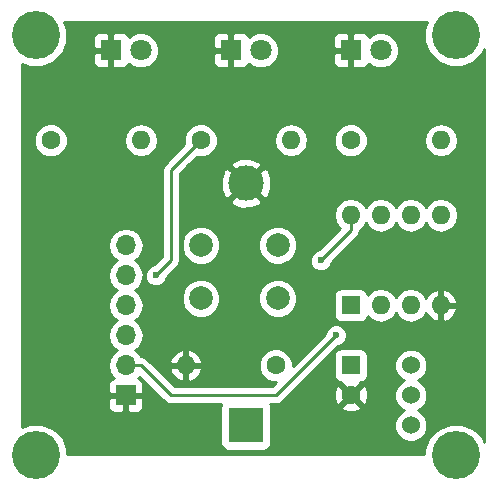
<source format=gbr>
G04 #@! TF.FileFunction,Copper,L2,Bot,Signal*
%FSLAX46Y46*%
G04 Gerber Fmt 4.6, Leading zero omitted, Abs format (unit mm)*
G04 Created by KiCad (PCBNEW 4.0.7-e2-6376~58~ubuntu17.04.1) date Wed May 23 19:16:57 2018*
%MOMM*%
%LPD*%
G01*
G04 APERTURE LIST*
%ADD10C,0.100000*%
%ADD11C,3.000000*%
%ADD12R,3.000000X3.000000*%
%ADD13R,1.600000X1.600000*%
%ADD14C,1.600000*%
%ADD15R,1.800000X1.800000*%
%ADD16C,1.800000*%
%ADD17R,1.700000X1.700000*%
%ADD18O,1.700000X1.700000*%
%ADD19O,1.600000X1.600000*%
%ADD20C,2.000000*%
%ADD21C,1.524000*%
%ADD22C,4.064000*%
%ADD23C,0.600000*%
%ADD24C,0.250000*%
%ADD25C,0.254000*%
G04 APERTURE END LIST*
D10*
D11*
X156210000Y-106510000D03*
D12*
X156210000Y-127000000D03*
D13*
X165100000Y-121920000D03*
D14*
X165100000Y-124420000D03*
D15*
X144780000Y-95250000D03*
D16*
X147320000Y-95250000D03*
D15*
X154940000Y-95250000D03*
D16*
X157480000Y-95250000D03*
D15*
X165100000Y-95250000D03*
D16*
X167640000Y-95250000D03*
D17*
X146050000Y-124460000D03*
D18*
X146050000Y-121920000D03*
X146050000Y-119380000D03*
X146050000Y-116840000D03*
X146050000Y-114300000D03*
X146050000Y-111760000D03*
D14*
X158750000Y-121920000D03*
D19*
X151130000Y-121920000D03*
D14*
X139700000Y-102870000D03*
D19*
X147320000Y-102870000D03*
D14*
X152400000Y-102870000D03*
D19*
X160020000Y-102870000D03*
D14*
X165100000Y-102870000D03*
D19*
X172720000Y-102870000D03*
D20*
X152400000Y-116260000D03*
X152400000Y-111760000D03*
X158900000Y-116260000D03*
X158900000Y-111760000D03*
D21*
X170180000Y-121920000D03*
X170180000Y-124460000D03*
X170180000Y-127000000D03*
D13*
X165100000Y-116840000D03*
D19*
X172720000Y-109220000D03*
X167640000Y-116840000D03*
X170180000Y-109220000D03*
X170180000Y-116840000D03*
X167640000Y-109220000D03*
X172720000Y-116840000D03*
X165100000Y-109220000D03*
D22*
X138430000Y-93980000D03*
X138430000Y-129540000D03*
X173990000Y-129540000D03*
X173990000Y-93980000D03*
D23*
X162560000Y-113030000D03*
X163830000Y-119380000D03*
X148590000Y-114300000D03*
D24*
X165100000Y-110490000D02*
X165100000Y-109220000D01*
X162560000Y-113030000D02*
X165100000Y-110490000D01*
X147320000Y-121920000D02*
X146050000Y-121920000D01*
X149860000Y-124460000D02*
X147320000Y-121920000D01*
X158750000Y-124460000D02*
X149860000Y-124460000D01*
X163830000Y-119380000D02*
X158750000Y-124460000D01*
X149860000Y-105410000D02*
X152400000Y-102870000D01*
X149860000Y-113030000D02*
X149860000Y-105410000D01*
X148590000Y-114300000D02*
X149860000Y-113030000D01*
D25*
G36*
X171323464Y-93447173D02*
X171322538Y-94508172D01*
X171727709Y-95488761D01*
X172477293Y-96239655D01*
X173457173Y-96646536D01*
X174518172Y-96647462D01*
X175498761Y-96242291D01*
X176249655Y-95492707D01*
X176403000Y-95123411D01*
X176403000Y-128395983D01*
X176252291Y-128031239D01*
X175502707Y-127280345D01*
X174522827Y-126873464D01*
X173461828Y-126872538D01*
X172481239Y-127277709D01*
X171730345Y-128027293D01*
X171323464Y-129007173D01*
X171323110Y-129413000D01*
X141097112Y-129413000D01*
X141097462Y-129011828D01*
X140692291Y-128031239D01*
X139942707Y-127280345D01*
X138962827Y-126873464D01*
X137901828Y-126872538D01*
X137287000Y-127126580D01*
X137287000Y-124745750D01*
X144565000Y-124745750D01*
X144565000Y-125436310D01*
X144661673Y-125669699D01*
X144840302Y-125848327D01*
X145073691Y-125945000D01*
X145764250Y-125945000D01*
X145923000Y-125786250D01*
X145923000Y-124587000D01*
X146177000Y-124587000D01*
X146177000Y-125786250D01*
X146335750Y-125945000D01*
X147026309Y-125945000D01*
X147259698Y-125848327D01*
X147438327Y-125669699D01*
X147535000Y-125436310D01*
X147535000Y-124745750D01*
X147376250Y-124587000D01*
X146177000Y-124587000D01*
X145923000Y-124587000D01*
X144723750Y-124587000D01*
X144565000Y-124745750D01*
X137287000Y-124745750D01*
X137287000Y-111760000D01*
X144535907Y-111760000D01*
X144648946Y-112328285D01*
X144970853Y-112810054D01*
X145300026Y-113030000D01*
X144970853Y-113249946D01*
X144648946Y-113731715D01*
X144535907Y-114300000D01*
X144648946Y-114868285D01*
X144970853Y-115350054D01*
X145300026Y-115570000D01*
X144970853Y-115789946D01*
X144648946Y-116271715D01*
X144535907Y-116840000D01*
X144648946Y-117408285D01*
X144970853Y-117890054D01*
X145300026Y-118110000D01*
X144970853Y-118329946D01*
X144648946Y-118811715D01*
X144535907Y-119380000D01*
X144648946Y-119948285D01*
X144970853Y-120430054D01*
X145300026Y-120650000D01*
X144970853Y-120869946D01*
X144648946Y-121351715D01*
X144535907Y-121920000D01*
X144648946Y-122488285D01*
X144970853Y-122970054D01*
X145014777Y-122999403D01*
X144840302Y-123071673D01*
X144661673Y-123250301D01*
X144565000Y-123483690D01*
X144565000Y-124174250D01*
X144723750Y-124333000D01*
X145923000Y-124333000D01*
X145923000Y-124313000D01*
X146177000Y-124313000D01*
X146177000Y-124333000D01*
X147376250Y-124333000D01*
X147535000Y-124174250D01*
X147535000Y-123483690D01*
X147438327Y-123250301D01*
X147259698Y-123071673D01*
X147085223Y-122999403D01*
X147129147Y-122970054D01*
X147195679Y-122870481D01*
X149322599Y-124997401D01*
X149569160Y-125162148D01*
X149617414Y-125171746D01*
X149860000Y-125220000D01*
X154132776Y-125220000D01*
X154113569Y-125248110D01*
X154062560Y-125500000D01*
X154062560Y-128500000D01*
X154106838Y-128735317D01*
X154245910Y-128951441D01*
X154458110Y-129096431D01*
X154710000Y-129147440D01*
X157710000Y-129147440D01*
X157945317Y-129103162D01*
X158161441Y-128964090D01*
X158306431Y-128751890D01*
X158357440Y-128500000D01*
X158357440Y-125500000D01*
X158343845Y-125427745D01*
X164271861Y-125427745D01*
X164345995Y-125673864D01*
X164883223Y-125866965D01*
X165453454Y-125839778D01*
X165854005Y-125673864D01*
X165928139Y-125427745D01*
X165100000Y-124599605D01*
X164271861Y-125427745D01*
X158343845Y-125427745D01*
X158313162Y-125264683D01*
X158284409Y-125220000D01*
X158750000Y-125220000D01*
X159040839Y-125162148D01*
X159287401Y-124997401D01*
X160081579Y-124203223D01*
X163653035Y-124203223D01*
X163680222Y-124773454D01*
X163846136Y-125174005D01*
X164092255Y-125248139D01*
X164920395Y-124420000D01*
X165279605Y-124420000D01*
X166107745Y-125248139D01*
X166353864Y-125174005D01*
X166546965Y-124636777D01*
X166519778Y-124066546D01*
X166353864Y-123665995D01*
X166107745Y-123591861D01*
X165279605Y-124420000D01*
X164920395Y-124420000D01*
X164092255Y-123591861D01*
X163846136Y-123665995D01*
X163653035Y-124203223D01*
X160081579Y-124203223D01*
X163164802Y-121120000D01*
X163652560Y-121120000D01*
X163652560Y-122720000D01*
X163696838Y-122955317D01*
X163835910Y-123171441D01*
X164048110Y-123316431D01*
X164286201Y-123364646D01*
X164271861Y-123412255D01*
X165100000Y-124240395D01*
X165928139Y-123412255D01*
X165913855Y-123364833D01*
X166135317Y-123323162D01*
X166351441Y-123184090D01*
X166496431Y-122971890D01*
X166547440Y-122720000D01*
X166547440Y-122196661D01*
X168782758Y-122196661D01*
X168994990Y-122710303D01*
X169387630Y-123103629D01*
X169595512Y-123189949D01*
X169389697Y-123274990D01*
X168996371Y-123667630D01*
X168783243Y-124180900D01*
X168782758Y-124736661D01*
X168994990Y-125250303D01*
X169387630Y-125643629D01*
X169595512Y-125729949D01*
X169389697Y-125814990D01*
X168996371Y-126207630D01*
X168783243Y-126720900D01*
X168782758Y-127276661D01*
X168994990Y-127790303D01*
X169387630Y-128183629D01*
X169900900Y-128396757D01*
X170456661Y-128397242D01*
X170970303Y-128185010D01*
X171363629Y-127792370D01*
X171576757Y-127279100D01*
X171577242Y-126723339D01*
X171365010Y-126209697D01*
X170972370Y-125816371D01*
X170764488Y-125730051D01*
X170970303Y-125645010D01*
X171363629Y-125252370D01*
X171576757Y-124739100D01*
X171577242Y-124183339D01*
X171365010Y-123669697D01*
X170972370Y-123276371D01*
X170764488Y-123190051D01*
X170970303Y-123105010D01*
X171363629Y-122712370D01*
X171576757Y-122199100D01*
X171577242Y-121643339D01*
X171365010Y-121129697D01*
X170972370Y-120736371D01*
X170459100Y-120523243D01*
X169903339Y-120522758D01*
X169389697Y-120734990D01*
X168996371Y-121127630D01*
X168783243Y-121640900D01*
X168782758Y-122196661D01*
X166547440Y-122196661D01*
X166547440Y-121120000D01*
X166503162Y-120884683D01*
X166364090Y-120668559D01*
X166151890Y-120523569D01*
X165900000Y-120472560D01*
X164300000Y-120472560D01*
X164064683Y-120516838D01*
X163848559Y-120655910D01*
X163703569Y-120868110D01*
X163652560Y-121120000D01*
X163164802Y-121120000D01*
X163969680Y-120315122D01*
X164015167Y-120315162D01*
X164358943Y-120173117D01*
X164622192Y-119910327D01*
X164764838Y-119566799D01*
X164765162Y-119194833D01*
X164623117Y-118851057D01*
X164360327Y-118587808D01*
X164016799Y-118445162D01*
X163644833Y-118444838D01*
X163301057Y-118586883D01*
X163037808Y-118849673D01*
X162895162Y-119193201D01*
X162895121Y-119240077D01*
X160184974Y-121950224D01*
X160185248Y-121635813D01*
X159967243Y-121108200D01*
X159563923Y-120704176D01*
X159036691Y-120485250D01*
X158465813Y-120484752D01*
X157938200Y-120702757D01*
X157534176Y-121106077D01*
X157315250Y-121633309D01*
X157314752Y-122204187D01*
X157532757Y-122731800D01*
X157936077Y-123135824D01*
X158463309Y-123354750D01*
X158780172Y-123355026D01*
X158435198Y-123700000D01*
X150174802Y-123700000D01*
X148743841Y-122269039D01*
X149738096Y-122269039D01*
X149898959Y-122657423D01*
X150274866Y-123072389D01*
X150780959Y-123311914D01*
X151003000Y-123190629D01*
X151003000Y-122047000D01*
X151257000Y-122047000D01*
X151257000Y-123190629D01*
X151479041Y-123311914D01*
X151985134Y-123072389D01*
X152361041Y-122657423D01*
X152521904Y-122269039D01*
X152399915Y-122047000D01*
X151257000Y-122047000D01*
X151003000Y-122047000D01*
X149860085Y-122047000D01*
X149738096Y-122269039D01*
X148743841Y-122269039D01*
X148045763Y-121570961D01*
X149738096Y-121570961D01*
X149860085Y-121793000D01*
X151003000Y-121793000D01*
X151003000Y-120649371D01*
X151257000Y-120649371D01*
X151257000Y-121793000D01*
X152399915Y-121793000D01*
X152521904Y-121570961D01*
X152361041Y-121182577D01*
X151985134Y-120767611D01*
X151479041Y-120528086D01*
X151257000Y-120649371D01*
X151003000Y-120649371D01*
X150780959Y-120528086D01*
X150274866Y-120767611D01*
X149898959Y-121182577D01*
X149738096Y-121570961D01*
X148045763Y-121570961D01*
X147857401Y-121382599D01*
X147610839Y-121217852D01*
X147323407Y-121160678D01*
X147129147Y-120869946D01*
X146799974Y-120650000D01*
X147129147Y-120430054D01*
X147451054Y-119948285D01*
X147564093Y-119380000D01*
X147451054Y-118811715D01*
X147129147Y-118329946D01*
X146799974Y-118110000D01*
X147129147Y-117890054D01*
X147451054Y-117408285D01*
X147564093Y-116840000D01*
X147513131Y-116583795D01*
X150764716Y-116583795D01*
X151013106Y-117184943D01*
X151472637Y-117645278D01*
X152073352Y-117894716D01*
X152723795Y-117895284D01*
X153324943Y-117646894D01*
X153785278Y-117187363D01*
X154034716Y-116586648D01*
X154034718Y-116583795D01*
X157264716Y-116583795D01*
X157513106Y-117184943D01*
X157972637Y-117645278D01*
X158573352Y-117894716D01*
X159223795Y-117895284D01*
X159824943Y-117646894D01*
X160285278Y-117187363D01*
X160534716Y-116586648D01*
X160535193Y-116040000D01*
X163652560Y-116040000D01*
X163652560Y-117640000D01*
X163696838Y-117875317D01*
X163835910Y-118091441D01*
X164048110Y-118236431D01*
X164300000Y-118287440D01*
X165900000Y-118287440D01*
X166135317Y-118243162D01*
X166351441Y-118104090D01*
X166496431Y-117891890D01*
X166527815Y-117736911D01*
X166625302Y-117882811D01*
X167090849Y-118193880D01*
X167640000Y-118303113D01*
X168189151Y-118193880D01*
X168654698Y-117882811D01*
X168910000Y-117500725D01*
X169165302Y-117882811D01*
X169630849Y-118193880D01*
X170180000Y-118303113D01*
X170729151Y-118193880D01*
X171194698Y-117882811D01*
X171464986Y-117478297D01*
X171567611Y-117695134D01*
X171982577Y-118071041D01*
X172370961Y-118231904D01*
X172593000Y-118109915D01*
X172593000Y-116967000D01*
X172847000Y-116967000D01*
X172847000Y-118109915D01*
X173069039Y-118231904D01*
X173457423Y-118071041D01*
X173872389Y-117695134D01*
X174111914Y-117189041D01*
X173990629Y-116967000D01*
X172847000Y-116967000D01*
X172593000Y-116967000D01*
X172573000Y-116967000D01*
X172573000Y-116713000D01*
X172593000Y-116713000D01*
X172593000Y-115570085D01*
X172847000Y-115570085D01*
X172847000Y-116713000D01*
X173990629Y-116713000D01*
X174111914Y-116490959D01*
X173872389Y-115984866D01*
X173457423Y-115608959D01*
X173069039Y-115448096D01*
X172847000Y-115570085D01*
X172593000Y-115570085D01*
X172370961Y-115448096D01*
X171982577Y-115608959D01*
X171567611Y-115984866D01*
X171464986Y-116201703D01*
X171194698Y-115797189D01*
X170729151Y-115486120D01*
X170180000Y-115376887D01*
X169630849Y-115486120D01*
X169165302Y-115797189D01*
X168910000Y-116179275D01*
X168654698Y-115797189D01*
X168189151Y-115486120D01*
X167640000Y-115376887D01*
X167090849Y-115486120D01*
X166625302Y-115797189D01*
X166528899Y-115941465D01*
X166503162Y-115804683D01*
X166364090Y-115588559D01*
X166151890Y-115443569D01*
X165900000Y-115392560D01*
X164300000Y-115392560D01*
X164064683Y-115436838D01*
X163848559Y-115575910D01*
X163703569Y-115788110D01*
X163652560Y-116040000D01*
X160535193Y-116040000D01*
X160535284Y-115936205D01*
X160286894Y-115335057D01*
X159827363Y-114874722D01*
X159226648Y-114625284D01*
X158576205Y-114624716D01*
X157975057Y-114873106D01*
X157514722Y-115332637D01*
X157265284Y-115933352D01*
X157264716Y-116583795D01*
X154034718Y-116583795D01*
X154035284Y-115936205D01*
X153786894Y-115335057D01*
X153327363Y-114874722D01*
X152726648Y-114625284D01*
X152076205Y-114624716D01*
X151475057Y-114873106D01*
X151014722Y-115332637D01*
X150765284Y-115933352D01*
X150764716Y-116583795D01*
X147513131Y-116583795D01*
X147451054Y-116271715D01*
X147129147Y-115789946D01*
X146799974Y-115570000D01*
X147129147Y-115350054D01*
X147451054Y-114868285D01*
X147527260Y-114485167D01*
X147654838Y-114485167D01*
X147796883Y-114828943D01*
X148059673Y-115092192D01*
X148403201Y-115234838D01*
X148775167Y-115235162D01*
X149118943Y-115093117D01*
X149382192Y-114830327D01*
X149524838Y-114486799D01*
X149524879Y-114439923D01*
X150397401Y-113567401D01*
X150562148Y-113320840D01*
X150620000Y-113030000D01*
X150620000Y-112083795D01*
X150764716Y-112083795D01*
X151013106Y-112684943D01*
X151472637Y-113145278D01*
X152073352Y-113394716D01*
X152723795Y-113395284D01*
X153324943Y-113146894D01*
X153785278Y-112687363D01*
X154034716Y-112086648D01*
X154034718Y-112083795D01*
X157264716Y-112083795D01*
X157513106Y-112684943D01*
X157972637Y-113145278D01*
X158573352Y-113394716D01*
X159223795Y-113395284D01*
X159659710Y-113215167D01*
X161624838Y-113215167D01*
X161766883Y-113558943D01*
X162029673Y-113822192D01*
X162373201Y-113964838D01*
X162745167Y-113965162D01*
X163088943Y-113823117D01*
X163352192Y-113560327D01*
X163494838Y-113216799D01*
X163494879Y-113169923D01*
X165637401Y-111027401D01*
X165802148Y-110780840D01*
X165821587Y-110683113D01*
X165860000Y-110490000D01*
X165860000Y-110432995D01*
X166114698Y-110262811D01*
X166370000Y-109880725D01*
X166625302Y-110262811D01*
X167090849Y-110573880D01*
X167640000Y-110683113D01*
X168189151Y-110573880D01*
X168654698Y-110262811D01*
X168910000Y-109880725D01*
X169165302Y-110262811D01*
X169630849Y-110573880D01*
X170180000Y-110683113D01*
X170729151Y-110573880D01*
X171194698Y-110262811D01*
X171450000Y-109880725D01*
X171705302Y-110262811D01*
X172170849Y-110573880D01*
X172720000Y-110683113D01*
X173269151Y-110573880D01*
X173734698Y-110262811D01*
X174045767Y-109797264D01*
X174155000Y-109248113D01*
X174155000Y-109191887D01*
X174045767Y-108642736D01*
X173734698Y-108177189D01*
X173269151Y-107866120D01*
X172720000Y-107756887D01*
X172170849Y-107866120D01*
X171705302Y-108177189D01*
X171450000Y-108559275D01*
X171194698Y-108177189D01*
X170729151Y-107866120D01*
X170180000Y-107756887D01*
X169630849Y-107866120D01*
X169165302Y-108177189D01*
X168910000Y-108559275D01*
X168654698Y-108177189D01*
X168189151Y-107866120D01*
X167640000Y-107756887D01*
X167090849Y-107866120D01*
X166625302Y-108177189D01*
X166370000Y-108559275D01*
X166114698Y-108177189D01*
X165649151Y-107866120D01*
X165100000Y-107756887D01*
X164550849Y-107866120D01*
X164085302Y-108177189D01*
X163774233Y-108642736D01*
X163665000Y-109191887D01*
X163665000Y-109248113D01*
X163774233Y-109797264D01*
X164085302Y-110262811D01*
X164185462Y-110329736D01*
X162420320Y-112094878D01*
X162374833Y-112094838D01*
X162031057Y-112236883D01*
X161767808Y-112499673D01*
X161625162Y-112843201D01*
X161624838Y-113215167D01*
X159659710Y-113215167D01*
X159824943Y-113146894D01*
X160285278Y-112687363D01*
X160534716Y-112086648D01*
X160535284Y-111436205D01*
X160286894Y-110835057D01*
X159827363Y-110374722D01*
X159226648Y-110125284D01*
X158576205Y-110124716D01*
X157975057Y-110373106D01*
X157514722Y-110832637D01*
X157265284Y-111433352D01*
X157264716Y-112083795D01*
X154034718Y-112083795D01*
X154035284Y-111436205D01*
X153786894Y-110835057D01*
X153327363Y-110374722D01*
X152726648Y-110125284D01*
X152076205Y-110124716D01*
X151475057Y-110373106D01*
X151014722Y-110832637D01*
X150765284Y-111433352D01*
X150764716Y-112083795D01*
X150620000Y-112083795D01*
X150620000Y-108023970D01*
X154875635Y-108023970D01*
X155035418Y-108342739D01*
X155826187Y-108652723D01*
X156675387Y-108636497D01*
X157384582Y-108342739D01*
X157544365Y-108023970D01*
X156210000Y-106689605D01*
X154875635Y-108023970D01*
X150620000Y-108023970D01*
X150620000Y-106126187D01*
X154067277Y-106126187D01*
X154083503Y-106975387D01*
X154377261Y-107684582D01*
X154696030Y-107844365D01*
X156030395Y-106510000D01*
X156389605Y-106510000D01*
X157723970Y-107844365D01*
X158042739Y-107684582D01*
X158352723Y-106893813D01*
X158336497Y-106044613D01*
X158042739Y-105335418D01*
X157723970Y-105175635D01*
X156389605Y-106510000D01*
X156030395Y-106510000D01*
X154696030Y-105175635D01*
X154377261Y-105335418D01*
X154067277Y-106126187D01*
X150620000Y-106126187D01*
X150620000Y-105724802D01*
X151348772Y-104996030D01*
X154875635Y-104996030D01*
X156210000Y-106330395D01*
X157544365Y-104996030D01*
X157384582Y-104677261D01*
X156593813Y-104367277D01*
X155744613Y-104383503D01*
X155035418Y-104677261D01*
X154875635Y-104996030D01*
X151348772Y-104996030D01*
X152061546Y-104283256D01*
X152113309Y-104304750D01*
X152684187Y-104305248D01*
X153211800Y-104087243D01*
X153615824Y-103683923D01*
X153834750Y-103156691D01*
X153835000Y-102870000D01*
X158556887Y-102870000D01*
X158666120Y-103419151D01*
X158977189Y-103884698D01*
X159442736Y-104195767D01*
X159991887Y-104305000D01*
X160048113Y-104305000D01*
X160597264Y-104195767D01*
X161062811Y-103884698D01*
X161373880Y-103419151D01*
X161426584Y-103154187D01*
X163664752Y-103154187D01*
X163882757Y-103681800D01*
X164286077Y-104085824D01*
X164813309Y-104304750D01*
X165384187Y-104305248D01*
X165911800Y-104087243D01*
X166315824Y-103683923D01*
X166534750Y-103156691D01*
X166535000Y-102870000D01*
X171256887Y-102870000D01*
X171366120Y-103419151D01*
X171677189Y-103884698D01*
X172142736Y-104195767D01*
X172691887Y-104305000D01*
X172748113Y-104305000D01*
X173297264Y-104195767D01*
X173762811Y-103884698D01*
X174073880Y-103419151D01*
X174183113Y-102870000D01*
X174073880Y-102320849D01*
X173762811Y-101855302D01*
X173297264Y-101544233D01*
X172748113Y-101435000D01*
X172691887Y-101435000D01*
X172142736Y-101544233D01*
X171677189Y-101855302D01*
X171366120Y-102320849D01*
X171256887Y-102870000D01*
X166535000Y-102870000D01*
X166535248Y-102585813D01*
X166317243Y-102058200D01*
X165913923Y-101654176D01*
X165386691Y-101435250D01*
X164815813Y-101434752D01*
X164288200Y-101652757D01*
X163884176Y-102056077D01*
X163665250Y-102583309D01*
X163664752Y-103154187D01*
X161426584Y-103154187D01*
X161483113Y-102870000D01*
X161373880Y-102320849D01*
X161062811Y-101855302D01*
X160597264Y-101544233D01*
X160048113Y-101435000D01*
X159991887Y-101435000D01*
X159442736Y-101544233D01*
X158977189Y-101855302D01*
X158666120Y-102320849D01*
X158556887Y-102870000D01*
X153835000Y-102870000D01*
X153835248Y-102585813D01*
X153617243Y-102058200D01*
X153213923Y-101654176D01*
X152686691Y-101435250D01*
X152115813Y-101434752D01*
X151588200Y-101652757D01*
X151184176Y-102056077D01*
X150965250Y-102583309D01*
X150964752Y-103154187D01*
X150987049Y-103208149D01*
X149322599Y-104872599D01*
X149157852Y-105119161D01*
X149100000Y-105410000D01*
X149100000Y-112715198D01*
X148450320Y-113364878D01*
X148404833Y-113364838D01*
X148061057Y-113506883D01*
X147797808Y-113769673D01*
X147655162Y-114113201D01*
X147654838Y-114485167D01*
X147527260Y-114485167D01*
X147564093Y-114300000D01*
X147451054Y-113731715D01*
X147129147Y-113249946D01*
X146799974Y-113030000D01*
X147129147Y-112810054D01*
X147451054Y-112328285D01*
X147564093Y-111760000D01*
X147451054Y-111191715D01*
X147129147Y-110709946D01*
X146647378Y-110388039D01*
X146079093Y-110275000D01*
X146020907Y-110275000D01*
X145452622Y-110388039D01*
X144970853Y-110709946D01*
X144648946Y-111191715D01*
X144535907Y-111760000D01*
X137287000Y-111760000D01*
X137287000Y-103154187D01*
X138264752Y-103154187D01*
X138482757Y-103681800D01*
X138886077Y-104085824D01*
X139413309Y-104304750D01*
X139984187Y-104305248D01*
X140511800Y-104087243D01*
X140915824Y-103683923D01*
X141134750Y-103156691D01*
X141135000Y-102870000D01*
X145856887Y-102870000D01*
X145966120Y-103419151D01*
X146277189Y-103884698D01*
X146742736Y-104195767D01*
X147291887Y-104305000D01*
X147348113Y-104305000D01*
X147897264Y-104195767D01*
X148362811Y-103884698D01*
X148673880Y-103419151D01*
X148783113Y-102870000D01*
X148673880Y-102320849D01*
X148362811Y-101855302D01*
X147897264Y-101544233D01*
X147348113Y-101435000D01*
X147291887Y-101435000D01*
X146742736Y-101544233D01*
X146277189Y-101855302D01*
X145966120Y-102320849D01*
X145856887Y-102870000D01*
X141135000Y-102870000D01*
X141135248Y-102585813D01*
X140917243Y-102058200D01*
X140513923Y-101654176D01*
X139986691Y-101435250D01*
X139415813Y-101434752D01*
X138888200Y-101652757D01*
X138484176Y-102056077D01*
X138265250Y-102583309D01*
X138264752Y-103154187D01*
X137287000Y-103154187D01*
X137287000Y-96393170D01*
X137897173Y-96646536D01*
X138958172Y-96647462D01*
X139938761Y-96242291D01*
X140646536Y-95535750D01*
X143245000Y-95535750D01*
X143245000Y-96276310D01*
X143341673Y-96509699D01*
X143520302Y-96688327D01*
X143753691Y-96785000D01*
X144494250Y-96785000D01*
X144653000Y-96626250D01*
X144653000Y-95377000D01*
X143403750Y-95377000D01*
X143245000Y-95535750D01*
X140646536Y-95535750D01*
X140689655Y-95492707D01*
X141096536Y-94512827D01*
X141096788Y-94223690D01*
X143245000Y-94223690D01*
X143245000Y-94964250D01*
X143403750Y-95123000D01*
X144653000Y-95123000D01*
X144653000Y-93873750D01*
X144907000Y-93873750D01*
X144907000Y-95123000D01*
X144927000Y-95123000D01*
X144927000Y-95377000D01*
X144907000Y-95377000D01*
X144907000Y-96626250D01*
X145065750Y-96785000D01*
X145806309Y-96785000D01*
X146039698Y-96688327D01*
X146218327Y-96509699D01*
X146274119Y-96375006D01*
X146449357Y-96550551D01*
X147013330Y-96784733D01*
X147623991Y-96785265D01*
X148188371Y-96552068D01*
X148620551Y-96120643D01*
X148854733Y-95556670D01*
X148854751Y-95535750D01*
X153405000Y-95535750D01*
X153405000Y-96276310D01*
X153501673Y-96509699D01*
X153680302Y-96688327D01*
X153913691Y-96785000D01*
X154654250Y-96785000D01*
X154813000Y-96626250D01*
X154813000Y-95377000D01*
X153563750Y-95377000D01*
X153405000Y-95535750D01*
X148854751Y-95535750D01*
X148855265Y-94946009D01*
X148622068Y-94381629D01*
X148464405Y-94223690D01*
X153405000Y-94223690D01*
X153405000Y-94964250D01*
X153563750Y-95123000D01*
X154813000Y-95123000D01*
X154813000Y-93873750D01*
X155067000Y-93873750D01*
X155067000Y-95123000D01*
X155087000Y-95123000D01*
X155087000Y-95377000D01*
X155067000Y-95377000D01*
X155067000Y-96626250D01*
X155225750Y-96785000D01*
X155966309Y-96785000D01*
X156199698Y-96688327D01*
X156378327Y-96509699D01*
X156434119Y-96375006D01*
X156609357Y-96550551D01*
X157173330Y-96784733D01*
X157783991Y-96785265D01*
X158348371Y-96552068D01*
X158780551Y-96120643D01*
X159014733Y-95556670D01*
X159014751Y-95535750D01*
X163565000Y-95535750D01*
X163565000Y-96276310D01*
X163661673Y-96509699D01*
X163840302Y-96688327D01*
X164073691Y-96785000D01*
X164814250Y-96785000D01*
X164973000Y-96626250D01*
X164973000Y-95377000D01*
X163723750Y-95377000D01*
X163565000Y-95535750D01*
X159014751Y-95535750D01*
X159015265Y-94946009D01*
X158782068Y-94381629D01*
X158624405Y-94223690D01*
X163565000Y-94223690D01*
X163565000Y-94964250D01*
X163723750Y-95123000D01*
X164973000Y-95123000D01*
X164973000Y-93873750D01*
X165227000Y-93873750D01*
X165227000Y-95123000D01*
X165247000Y-95123000D01*
X165247000Y-95377000D01*
X165227000Y-95377000D01*
X165227000Y-96626250D01*
X165385750Y-96785000D01*
X166126309Y-96785000D01*
X166359698Y-96688327D01*
X166538327Y-96509699D01*
X166594119Y-96375006D01*
X166769357Y-96550551D01*
X167333330Y-96784733D01*
X167943991Y-96785265D01*
X168508371Y-96552068D01*
X168940551Y-96120643D01*
X169174733Y-95556670D01*
X169175265Y-94946009D01*
X168942068Y-94381629D01*
X168510643Y-93949449D01*
X167946670Y-93715267D01*
X167336009Y-93714735D01*
X166771629Y-93947932D01*
X166594159Y-94125092D01*
X166538327Y-93990301D01*
X166359698Y-93811673D01*
X166126309Y-93715000D01*
X165385750Y-93715000D01*
X165227000Y-93873750D01*
X164973000Y-93873750D01*
X164814250Y-93715000D01*
X164073691Y-93715000D01*
X163840302Y-93811673D01*
X163661673Y-93990301D01*
X163565000Y-94223690D01*
X158624405Y-94223690D01*
X158350643Y-93949449D01*
X157786670Y-93715267D01*
X157176009Y-93714735D01*
X156611629Y-93947932D01*
X156434159Y-94125092D01*
X156378327Y-93990301D01*
X156199698Y-93811673D01*
X155966309Y-93715000D01*
X155225750Y-93715000D01*
X155067000Y-93873750D01*
X154813000Y-93873750D01*
X154654250Y-93715000D01*
X153913691Y-93715000D01*
X153680302Y-93811673D01*
X153501673Y-93990301D01*
X153405000Y-94223690D01*
X148464405Y-94223690D01*
X148190643Y-93949449D01*
X147626670Y-93715267D01*
X147016009Y-93714735D01*
X146451629Y-93947932D01*
X146274159Y-94125092D01*
X146218327Y-93990301D01*
X146039698Y-93811673D01*
X145806309Y-93715000D01*
X145065750Y-93715000D01*
X144907000Y-93873750D01*
X144653000Y-93873750D01*
X144494250Y-93715000D01*
X143753691Y-93715000D01*
X143520302Y-93811673D01*
X143341673Y-93990301D01*
X143245000Y-94223690D01*
X141096788Y-94223690D01*
X141097462Y-93451828D01*
X140843420Y-92837000D01*
X171576830Y-92837000D01*
X171323464Y-93447173D01*
X171323464Y-93447173D01*
G37*
X171323464Y-93447173D02*
X171322538Y-94508172D01*
X171727709Y-95488761D01*
X172477293Y-96239655D01*
X173457173Y-96646536D01*
X174518172Y-96647462D01*
X175498761Y-96242291D01*
X176249655Y-95492707D01*
X176403000Y-95123411D01*
X176403000Y-128395983D01*
X176252291Y-128031239D01*
X175502707Y-127280345D01*
X174522827Y-126873464D01*
X173461828Y-126872538D01*
X172481239Y-127277709D01*
X171730345Y-128027293D01*
X171323464Y-129007173D01*
X171323110Y-129413000D01*
X141097112Y-129413000D01*
X141097462Y-129011828D01*
X140692291Y-128031239D01*
X139942707Y-127280345D01*
X138962827Y-126873464D01*
X137901828Y-126872538D01*
X137287000Y-127126580D01*
X137287000Y-124745750D01*
X144565000Y-124745750D01*
X144565000Y-125436310D01*
X144661673Y-125669699D01*
X144840302Y-125848327D01*
X145073691Y-125945000D01*
X145764250Y-125945000D01*
X145923000Y-125786250D01*
X145923000Y-124587000D01*
X146177000Y-124587000D01*
X146177000Y-125786250D01*
X146335750Y-125945000D01*
X147026309Y-125945000D01*
X147259698Y-125848327D01*
X147438327Y-125669699D01*
X147535000Y-125436310D01*
X147535000Y-124745750D01*
X147376250Y-124587000D01*
X146177000Y-124587000D01*
X145923000Y-124587000D01*
X144723750Y-124587000D01*
X144565000Y-124745750D01*
X137287000Y-124745750D01*
X137287000Y-111760000D01*
X144535907Y-111760000D01*
X144648946Y-112328285D01*
X144970853Y-112810054D01*
X145300026Y-113030000D01*
X144970853Y-113249946D01*
X144648946Y-113731715D01*
X144535907Y-114300000D01*
X144648946Y-114868285D01*
X144970853Y-115350054D01*
X145300026Y-115570000D01*
X144970853Y-115789946D01*
X144648946Y-116271715D01*
X144535907Y-116840000D01*
X144648946Y-117408285D01*
X144970853Y-117890054D01*
X145300026Y-118110000D01*
X144970853Y-118329946D01*
X144648946Y-118811715D01*
X144535907Y-119380000D01*
X144648946Y-119948285D01*
X144970853Y-120430054D01*
X145300026Y-120650000D01*
X144970853Y-120869946D01*
X144648946Y-121351715D01*
X144535907Y-121920000D01*
X144648946Y-122488285D01*
X144970853Y-122970054D01*
X145014777Y-122999403D01*
X144840302Y-123071673D01*
X144661673Y-123250301D01*
X144565000Y-123483690D01*
X144565000Y-124174250D01*
X144723750Y-124333000D01*
X145923000Y-124333000D01*
X145923000Y-124313000D01*
X146177000Y-124313000D01*
X146177000Y-124333000D01*
X147376250Y-124333000D01*
X147535000Y-124174250D01*
X147535000Y-123483690D01*
X147438327Y-123250301D01*
X147259698Y-123071673D01*
X147085223Y-122999403D01*
X147129147Y-122970054D01*
X147195679Y-122870481D01*
X149322599Y-124997401D01*
X149569160Y-125162148D01*
X149617414Y-125171746D01*
X149860000Y-125220000D01*
X154132776Y-125220000D01*
X154113569Y-125248110D01*
X154062560Y-125500000D01*
X154062560Y-128500000D01*
X154106838Y-128735317D01*
X154245910Y-128951441D01*
X154458110Y-129096431D01*
X154710000Y-129147440D01*
X157710000Y-129147440D01*
X157945317Y-129103162D01*
X158161441Y-128964090D01*
X158306431Y-128751890D01*
X158357440Y-128500000D01*
X158357440Y-125500000D01*
X158343845Y-125427745D01*
X164271861Y-125427745D01*
X164345995Y-125673864D01*
X164883223Y-125866965D01*
X165453454Y-125839778D01*
X165854005Y-125673864D01*
X165928139Y-125427745D01*
X165100000Y-124599605D01*
X164271861Y-125427745D01*
X158343845Y-125427745D01*
X158313162Y-125264683D01*
X158284409Y-125220000D01*
X158750000Y-125220000D01*
X159040839Y-125162148D01*
X159287401Y-124997401D01*
X160081579Y-124203223D01*
X163653035Y-124203223D01*
X163680222Y-124773454D01*
X163846136Y-125174005D01*
X164092255Y-125248139D01*
X164920395Y-124420000D01*
X165279605Y-124420000D01*
X166107745Y-125248139D01*
X166353864Y-125174005D01*
X166546965Y-124636777D01*
X166519778Y-124066546D01*
X166353864Y-123665995D01*
X166107745Y-123591861D01*
X165279605Y-124420000D01*
X164920395Y-124420000D01*
X164092255Y-123591861D01*
X163846136Y-123665995D01*
X163653035Y-124203223D01*
X160081579Y-124203223D01*
X163164802Y-121120000D01*
X163652560Y-121120000D01*
X163652560Y-122720000D01*
X163696838Y-122955317D01*
X163835910Y-123171441D01*
X164048110Y-123316431D01*
X164286201Y-123364646D01*
X164271861Y-123412255D01*
X165100000Y-124240395D01*
X165928139Y-123412255D01*
X165913855Y-123364833D01*
X166135317Y-123323162D01*
X166351441Y-123184090D01*
X166496431Y-122971890D01*
X166547440Y-122720000D01*
X166547440Y-122196661D01*
X168782758Y-122196661D01*
X168994990Y-122710303D01*
X169387630Y-123103629D01*
X169595512Y-123189949D01*
X169389697Y-123274990D01*
X168996371Y-123667630D01*
X168783243Y-124180900D01*
X168782758Y-124736661D01*
X168994990Y-125250303D01*
X169387630Y-125643629D01*
X169595512Y-125729949D01*
X169389697Y-125814990D01*
X168996371Y-126207630D01*
X168783243Y-126720900D01*
X168782758Y-127276661D01*
X168994990Y-127790303D01*
X169387630Y-128183629D01*
X169900900Y-128396757D01*
X170456661Y-128397242D01*
X170970303Y-128185010D01*
X171363629Y-127792370D01*
X171576757Y-127279100D01*
X171577242Y-126723339D01*
X171365010Y-126209697D01*
X170972370Y-125816371D01*
X170764488Y-125730051D01*
X170970303Y-125645010D01*
X171363629Y-125252370D01*
X171576757Y-124739100D01*
X171577242Y-124183339D01*
X171365010Y-123669697D01*
X170972370Y-123276371D01*
X170764488Y-123190051D01*
X170970303Y-123105010D01*
X171363629Y-122712370D01*
X171576757Y-122199100D01*
X171577242Y-121643339D01*
X171365010Y-121129697D01*
X170972370Y-120736371D01*
X170459100Y-120523243D01*
X169903339Y-120522758D01*
X169389697Y-120734990D01*
X168996371Y-121127630D01*
X168783243Y-121640900D01*
X168782758Y-122196661D01*
X166547440Y-122196661D01*
X166547440Y-121120000D01*
X166503162Y-120884683D01*
X166364090Y-120668559D01*
X166151890Y-120523569D01*
X165900000Y-120472560D01*
X164300000Y-120472560D01*
X164064683Y-120516838D01*
X163848559Y-120655910D01*
X163703569Y-120868110D01*
X163652560Y-121120000D01*
X163164802Y-121120000D01*
X163969680Y-120315122D01*
X164015167Y-120315162D01*
X164358943Y-120173117D01*
X164622192Y-119910327D01*
X164764838Y-119566799D01*
X164765162Y-119194833D01*
X164623117Y-118851057D01*
X164360327Y-118587808D01*
X164016799Y-118445162D01*
X163644833Y-118444838D01*
X163301057Y-118586883D01*
X163037808Y-118849673D01*
X162895162Y-119193201D01*
X162895121Y-119240077D01*
X160184974Y-121950224D01*
X160185248Y-121635813D01*
X159967243Y-121108200D01*
X159563923Y-120704176D01*
X159036691Y-120485250D01*
X158465813Y-120484752D01*
X157938200Y-120702757D01*
X157534176Y-121106077D01*
X157315250Y-121633309D01*
X157314752Y-122204187D01*
X157532757Y-122731800D01*
X157936077Y-123135824D01*
X158463309Y-123354750D01*
X158780172Y-123355026D01*
X158435198Y-123700000D01*
X150174802Y-123700000D01*
X148743841Y-122269039D01*
X149738096Y-122269039D01*
X149898959Y-122657423D01*
X150274866Y-123072389D01*
X150780959Y-123311914D01*
X151003000Y-123190629D01*
X151003000Y-122047000D01*
X151257000Y-122047000D01*
X151257000Y-123190629D01*
X151479041Y-123311914D01*
X151985134Y-123072389D01*
X152361041Y-122657423D01*
X152521904Y-122269039D01*
X152399915Y-122047000D01*
X151257000Y-122047000D01*
X151003000Y-122047000D01*
X149860085Y-122047000D01*
X149738096Y-122269039D01*
X148743841Y-122269039D01*
X148045763Y-121570961D01*
X149738096Y-121570961D01*
X149860085Y-121793000D01*
X151003000Y-121793000D01*
X151003000Y-120649371D01*
X151257000Y-120649371D01*
X151257000Y-121793000D01*
X152399915Y-121793000D01*
X152521904Y-121570961D01*
X152361041Y-121182577D01*
X151985134Y-120767611D01*
X151479041Y-120528086D01*
X151257000Y-120649371D01*
X151003000Y-120649371D01*
X150780959Y-120528086D01*
X150274866Y-120767611D01*
X149898959Y-121182577D01*
X149738096Y-121570961D01*
X148045763Y-121570961D01*
X147857401Y-121382599D01*
X147610839Y-121217852D01*
X147323407Y-121160678D01*
X147129147Y-120869946D01*
X146799974Y-120650000D01*
X147129147Y-120430054D01*
X147451054Y-119948285D01*
X147564093Y-119380000D01*
X147451054Y-118811715D01*
X147129147Y-118329946D01*
X146799974Y-118110000D01*
X147129147Y-117890054D01*
X147451054Y-117408285D01*
X147564093Y-116840000D01*
X147513131Y-116583795D01*
X150764716Y-116583795D01*
X151013106Y-117184943D01*
X151472637Y-117645278D01*
X152073352Y-117894716D01*
X152723795Y-117895284D01*
X153324943Y-117646894D01*
X153785278Y-117187363D01*
X154034716Y-116586648D01*
X154034718Y-116583795D01*
X157264716Y-116583795D01*
X157513106Y-117184943D01*
X157972637Y-117645278D01*
X158573352Y-117894716D01*
X159223795Y-117895284D01*
X159824943Y-117646894D01*
X160285278Y-117187363D01*
X160534716Y-116586648D01*
X160535193Y-116040000D01*
X163652560Y-116040000D01*
X163652560Y-117640000D01*
X163696838Y-117875317D01*
X163835910Y-118091441D01*
X164048110Y-118236431D01*
X164300000Y-118287440D01*
X165900000Y-118287440D01*
X166135317Y-118243162D01*
X166351441Y-118104090D01*
X166496431Y-117891890D01*
X166527815Y-117736911D01*
X166625302Y-117882811D01*
X167090849Y-118193880D01*
X167640000Y-118303113D01*
X168189151Y-118193880D01*
X168654698Y-117882811D01*
X168910000Y-117500725D01*
X169165302Y-117882811D01*
X169630849Y-118193880D01*
X170180000Y-118303113D01*
X170729151Y-118193880D01*
X171194698Y-117882811D01*
X171464986Y-117478297D01*
X171567611Y-117695134D01*
X171982577Y-118071041D01*
X172370961Y-118231904D01*
X172593000Y-118109915D01*
X172593000Y-116967000D01*
X172847000Y-116967000D01*
X172847000Y-118109915D01*
X173069039Y-118231904D01*
X173457423Y-118071041D01*
X173872389Y-117695134D01*
X174111914Y-117189041D01*
X173990629Y-116967000D01*
X172847000Y-116967000D01*
X172593000Y-116967000D01*
X172573000Y-116967000D01*
X172573000Y-116713000D01*
X172593000Y-116713000D01*
X172593000Y-115570085D01*
X172847000Y-115570085D01*
X172847000Y-116713000D01*
X173990629Y-116713000D01*
X174111914Y-116490959D01*
X173872389Y-115984866D01*
X173457423Y-115608959D01*
X173069039Y-115448096D01*
X172847000Y-115570085D01*
X172593000Y-115570085D01*
X172370961Y-115448096D01*
X171982577Y-115608959D01*
X171567611Y-115984866D01*
X171464986Y-116201703D01*
X171194698Y-115797189D01*
X170729151Y-115486120D01*
X170180000Y-115376887D01*
X169630849Y-115486120D01*
X169165302Y-115797189D01*
X168910000Y-116179275D01*
X168654698Y-115797189D01*
X168189151Y-115486120D01*
X167640000Y-115376887D01*
X167090849Y-115486120D01*
X166625302Y-115797189D01*
X166528899Y-115941465D01*
X166503162Y-115804683D01*
X166364090Y-115588559D01*
X166151890Y-115443569D01*
X165900000Y-115392560D01*
X164300000Y-115392560D01*
X164064683Y-115436838D01*
X163848559Y-115575910D01*
X163703569Y-115788110D01*
X163652560Y-116040000D01*
X160535193Y-116040000D01*
X160535284Y-115936205D01*
X160286894Y-115335057D01*
X159827363Y-114874722D01*
X159226648Y-114625284D01*
X158576205Y-114624716D01*
X157975057Y-114873106D01*
X157514722Y-115332637D01*
X157265284Y-115933352D01*
X157264716Y-116583795D01*
X154034718Y-116583795D01*
X154035284Y-115936205D01*
X153786894Y-115335057D01*
X153327363Y-114874722D01*
X152726648Y-114625284D01*
X152076205Y-114624716D01*
X151475057Y-114873106D01*
X151014722Y-115332637D01*
X150765284Y-115933352D01*
X150764716Y-116583795D01*
X147513131Y-116583795D01*
X147451054Y-116271715D01*
X147129147Y-115789946D01*
X146799974Y-115570000D01*
X147129147Y-115350054D01*
X147451054Y-114868285D01*
X147527260Y-114485167D01*
X147654838Y-114485167D01*
X147796883Y-114828943D01*
X148059673Y-115092192D01*
X148403201Y-115234838D01*
X148775167Y-115235162D01*
X149118943Y-115093117D01*
X149382192Y-114830327D01*
X149524838Y-114486799D01*
X149524879Y-114439923D01*
X150397401Y-113567401D01*
X150562148Y-113320840D01*
X150620000Y-113030000D01*
X150620000Y-112083795D01*
X150764716Y-112083795D01*
X151013106Y-112684943D01*
X151472637Y-113145278D01*
X152073352Y-113394716D01*
X152723795Y-113395284D01*
X153324943Y-113146894D01*
X153785278Y-112687363D01*
X154034716Y-112086648D01*
X154034718Y-112083795D01*
X157264716Y-112083795D01*
X157513106Y-112684943D01*
X157972637Y-113145278D01*
X158573352Y-113394716D01*
X159223795Y-113395284D01*
X159659710Y-113215167D01*
X161624838Y-113215167D01*
X161766883Y-113558943D01*
X162029673Y-113822192D01*
X162373201Y-113964838D01*
X162745167Y-113965162D01*
X163088943Y-113823117D01*
X163352192Y-113560327D01*
X163494838Y-113216799D01*
X163494879Y-113169923D01*
X165637401Y-111027401D01*
X165802148Y-110780840D01*
X165821587Y-110683113D01*
X165860000Y-110490000D01*
X165860000Y-110432995D01*
X166114698Y-110262811D01*
X166370000Y-109880725D01*
X166625302Y-110262811D01*
X167090849Y-110573880D01*
X167640000Y-110683113D01*
X168189151Y-110573880D01*
X168654698Y-110262811D01*
X168910000Y-109880725D01*
X169165302Y-110262811D01*
X169630849Y-110573880D01*
X170180000Y-110683113D01*
X170729151Y-110573880D01*
X171194698Y-110262811D01*
X171450000Y-109880725D01*
X171705302Y-110262811D01*
X172170849Y-110573880D01*
X172720000Y-110683113D01*
X173269151Y-110573880D01*
X173734698Y-110262811D01*
X174045767Y-109797264D01*
X174155000Y-109248113D01*
X174155000Y-109191887D01*
X174045767Y-108642736D01*
X173734698Y-108177189D01*
X173269151Y-107866120D01*
X172720000Y-107756887D01*
X172170849Y-107866120D01*
X171705302Y-108177189D01*
X171450000Y-108559275D01*
X171194698Y-108177189D01*
X170729151Y-107866120D01*
X170180000Y-107756887D01*
X169630849Y-107866120D01*
X169165302Y-108177189D01*
X168910000Y-108559275D01*
X168654698Y-108177189D01*
X168189151Y-107866120D01*
X167640000Y-107756887D01*
X167090849Y-107866120D01*
X166625302Y-108177189D01*
X166370000Y-108559275D01*
X166114698Y-108177189D01*
X165649151Y-107866120D01*
X165100000Y-107756887D01*
X164550849Y-107866120D01*
X164085302Y-108177189D01*
X163774233Y-108642736D01*
X163665000Y-109191887D01*
X163665000Y-109248113D01*
X163774233Y-109797264D01*
X164085302Y-110262811D01*
X164185462Y-110329736D01*
X162420320Y-112094878D01*
X162374833Y-112094838D01*
X162031057Y-112236883D01*
X161767808Y-112499673D01*
X161625162Y-112843201D01*
X161624838Y-113215167D01*
X159659710Y-113215167D01*
X159824943Y-113146894D01*
X160285278Y-112687363D01*
X160534716Y-112086648D01*
X160535284Y-111436205D01*
X160286894Y-110835057D01*
X159827363Y-110374722D01*
X159226648Y-110125284D01*
X158576205Y-110124716D01*
X157975057Y-110373106D01*
X157514722Y-110832637D01*
X157265284Y-111433352D01*
X157264716Y-112083795D01*
X154034718Y-112083795D01*
X154035284Y-111436205D01*
X153786894Y-110835057D01*
X153327363Y-110374722D01*
X152726648Y-110125284D01*
X152076205Y-110124716D01*
X151475057Y-110373106D01*
X151014722Y-110832637D01*
X150765284Y-111433352D01*
X150764716Y-112083795D01*
X150620000Y-112083795D01*
X150620000Y-108023970D01*
X154875635Y-108023970D01*
X155035418Y-108342739D01*
X155826187Y-108652723D01*
X156675387Y-108636497D01*
X157384582Y-108342739D01*
X157544365Y-108023970D01*
X156210000Y-106689605D01*
X154875635Y-108023970D01*
X150620000Y-108023970D01*
X150620000Y-106126187D01*
X154067277Y-106126187D01*
X154083503Y-106975387D01*
X154377261Y-107684582D01*
X154696030Y-107844365D01*
X156030395Y-106510000D01*
X156389605Y-106510000D01*
X157723970Y-107844365D01*
X158042739Y-107684582D01*
X158352723Y-106893813D01*
X158336497Y-106044613D01*
X158042739Y-105335418D01*
X157723970Y-105175635D01*
X156389605Y-106510000D01*
X156030395Y-106510000D01*
X154696030Y-105175635D01*
X154377261Y-105335418D01*
X154067277Y-106126187D01*
X150620000Y-106126187D01*
X150620000Y-105724802D01*
X151348772Y-104996030D01*
X154875635Y-104996030D01*
X156210000Y-106330395D01*
X157544365Y-104996030D01*
X157384582Y-104677261D01*
X156593813Y-104367277D01*
X155744613Y-104383503D01*
X155035418Y-104677261D01*
X154875635Y-104996030D01*
X151348772Y-104996030D01*
X152061546Y-104283256D01*
X152113309Y-104304750D01*
X152684187Y-104305248D01*
X153211800Y-104087243D01*
X153615824Y-103683923D01*
X153834750Y-103156691D01*
X153835000Y-102870000D01*
X158556887Y-102870000D01*
X158666120Y-103419151D01*
X158977189Y-103884698D01*
X159442736Y-104195767D01*
X159991887Y-104305000D01*
X160048113Y-104305000D01*
X160597264Y-104195767D01*
X161062811Y-103884698D01*
X161373880Y-103419151D01*
X161426584Y-103154187D01*
X163664752Y-103154187D01*
X163882757Y-103681800D01*
X164286077Y-104085824D01*
X164813309Y-104304750D01*
X165384187Y-104305248D01*
X165911800Y-104087243D01*
X166315824Y-103683923D01*
X166534750Y-103156691D01*
X166535000Y-102870000D01*
X171256887Y-102870000D01*
X171366120Y-103419151D01*
X171677189Y-103884698D01*
X172142736Y-104195767D01*
X172691887Y-104305000D01*
X172748113Y-104305000D01*
X173297264Y-104195767D01*
X173762811Y-103884698D01*
X174073880Y-103419151D01*
X174183113Y-102870000D01*
X174073880Y-102320849D01*
X173762811Y-101855302D01*
X173297264Y-101544233D01*
X172748113Y-101435000D01*
X172691887Y-101435000D01*
X172142736Y-101544233D01*
X171677189Y-101855302D01*
X171366120Y-102320849D01*
X171256887Y-102870000D01*
X166535000Y-102870000D01*
X166535248Y-102585813D01*
X166317243Y-102058200D01*
X165913923Y-101654176D01*
X165386691Y-101435250D01*
X164815813Y-101434752D01*
X164288200Y-101652757D01*
X163884176Y-102056077D01*
X163665250Y-102583309D01*
X163664752Y-103154187D01*
X161426584Y-103154187D01*
X161483113Y-102870000D01*
X161373880Y-102320849D01*
X161062811Y-101855302D01*
X160597264Y-101544233D01*
X160048113Y-101435000D01*
X159991887Y-101435000D01*
X159442736Y-101544233D01*
X158977189Y-101855302D01*
X158666120Y-102320849D01*
X158556887Y-102870000D01*
X153835000Y-102870000D01*
X153835248Y-102585813D01*
X153617243Y-102058200D01*
X153213923Y-101654176D01*
X152686691Y-101435250D01*
X152115813Y-101434752D01*
X151588200Y-101652757D01*
X151184176Y-102056077D01*
X150965250Y-102583309D01*
X150964752Y-103154187D01*
X150987049Y-103208149D01*
X149322599Y-104872599D01*
X149157852Y-105119161D01*
X149100000Y-105410000D01*
X149100000Y-112715198D01*
X148450320Y-113364878D01*
X148404833Y-113364838D01*
X148061057Y-113506883D01*
X147797808Y-113769673D01*
X147655162Y-114113201D01*
X147654838Y-114485167D01*
X147527260Y-114485167D01*
X147564093Y-114300000D01*
X147451054Y-113731715D01*
X147129147Y-113249946D01*
X146799974Y-113030000D01*
X147129147Y-112810054D01*
X147451054Y-112328285D01*
X147564093Y-111760000D01*
X147451054Y-111191715D01*
X147129147Y-110709946D01*
X146647378Y-110388039D01*
X146079093Y-110275000D01*
X146020907Y-110275000D01*
X145452622Y-110388039D01*
X144970853Y-110709946D01*
X144648946Y-111191715D01*
X144535907Y-111760000D01*
X137287000Y-111760000D01*
X137287000Y-103154187D01*
X138264752Y-103154187D01*
X138482757Y-103681800D01*
X138886077Y-104085824D01*
X139413309Y-104304750D01*
X139984187Y-104305248D01*
X140511800Y-104087243D01*
X140915824Y-103683923D01*
X141134750Y-103156691D01*
X141135000Y-102870000D01*
X145856887Y-102870000D01*
X145966120Y-103419151D01*
X146277189Y-103884698D01*
X146742736Y-104195767D01*
X147291887Y-104305000D01*
X147348113Y-104305000D01*
X147897264Y-104195767D01*
X148362811Y-103884698D01*
X148673880Y-103419151D01*
X148783113Y-102870000D01*
X148673880Y-102320849D01*
X148362811Y-101855302D01*
X147897264Y-101544233D01*
X147348113Y-101435000D01*
X147291887Y-101435000D01*
X146742736Y-101544233D01*
X146277189Y-101855302D01*
X145966120Y-102320849D01*
X145856887Y-102870000D01*
X141135000Y-102870000D01*
X141135248Y-102585813D01*
X140917243Y-102058200D01*
X140513923Y-101654176D01*
X139986691Y-101435250D01*
X139415813Y-101434752D01*
X138888200Y-101652757D01*
X138484176Y-102056077D01*
X138265250Y-102583309D01*
X138264752Y-103154187D01*
X137287000Y-103154187D01*
X137287000Y-96393170D01*
X137897173Y-96646536D01*
X138958172Y-96647462D01*
X139938761Y-96242291D01*
X140646536Y-95535750D01*
X143245000Y-95535750D01*
X143245000Y-96276310D01*
X143341673Y-96509699D01*
X143520302Y-96688327D01*
X143753691Y-96785000D01*
X144494250Y-96785000D01*
X144653000Y-96626250D01*
X144653000Y-95377000D01*
X143403750Y-95377000D01*
X143245000Y-95535750D01*
X140646536Y-95535750D01*
X140689655Y-95492707D01*
X141096536Y-94512827D01*
X141096788Y-94223690D01*
X143245000Y-94223690D01*
X143245000Y-94964250D01*
X143403750Y-95123000D01*
X144653000Y-95123000D01*
X144653000Y-93873750D01*
X144907000Y-93873750D01*
X144907000Y-95123000D01*
X144927000Y-95123000D01*
X144927000Y-95377000D01*
X144907000Y-95377000D01*
X144907000Y-96626250D01*
X145065750Y-96785000D01*
X145806309Y-96785000D01*
X146039698Y-96688327D01*
X146218327Y-96509699D01*
X146274119Y-96375006D01*
X146449357Y-96550551D01*
X147013330Y-96784733D01*
X147623991Y-96785265D01*
X148188371Y-96552068D01*
X148620551Y-96120643D01*
X148854733Y-95556670D01*
X148854751Y-95535750D01*
X153405000Y-95535750D01*
X153405000Y-96276310D01*
X153501673Y-96509699D01*
X153680302Y-96688327D01*
X153913691Y-96785000D01*
X154654250Y-96785000D01*
X154813000Y-96626250D01*
X154813000Y-95377000D01*
X153563750Y-95377000D01*
X153405000Y-95535750D01*
X148854751Y-95535750D01*
X148855265Y-94946009D01*
X148622068Y-94381629D01*
X148464405Y-94223690D01*
X153405000Y-94223690D01*
X153405000Y-94964250D01*
X153563750Y-95123000D01*
X154813000Y-95123000D01*
X154813000Y-93873750D01*
X155067000Y-93873750D01*
X155067000Y-95123000D01*
X155087000Y-95123000D01*
X155087000Y-95377000D01*
X155067000Y-95377000D01*
X155067000Y-96626250D01*
X155225750Y-96785000D01*
X155966309Y-96785000D01*
X156199698Y-96688327D01*
X156378327Y-96509699D01*
X156434119Y-96375006D01*
X156609357Y-96550551D01*
X157173330Y-96784733D01*
X157783991Y-96785265D01*
X158348371Y-96552068D01*
X158780551Y-96120643D01*
X159014733Y-95556670D01*
X159014751Y-95535750D01*
X163565000Y-95535750D01*
X163565000Y-96276310D01*
X163661673Y-96509699D01*
X163840302Y-96688327D01*
X164073691Y-96785000D01*
X164814250Y-96785000D01*
X164973000Y-96626250D01*
X164973000Y-95377000D01*
X163723750Y-95377000D01*
X163565000Y-95535750D01*
X159014751Y-95535750D01*
X159015265Y-94946009D01*
X158782068Y-94381629D01*
X158624405Y-94223690D01*
X163565000Y-94223690D01*
X163565000Y-94964250D01*
X163723750Y-95123000D01*
X164973000Y-95123000D01*
X164973000Y-93873750D01*
X165227000Y-93873750D01*
X165227000Y-95123000D01*
X165247000Y-95123000D01*
X165247000Y-95377000D01*
X165227000Y-95377000D01*
X165227000Y-96626250D01*
X165385750Y-96785000D01*
X166126309Y-96785000D01*
X166359698Y-96688327D01*
X166538327Y-96509699D01*
X166594119Y-96375006D01*
X166769357Y-96550551D01*
X167333330Y-96784733D01*
X167943991Y-96785265D01*
X168508371Y-96552068D01*
X168940551Y-96120643D01*
X169174733Y-95556670D01*
X169175265Y-94946009D01*
X168942068Y-94381629D01*
X168510643Y-93949449D01*
X167946670Y-93715267D01*
X167336009Y-93714735D01*
X166771629Y-93947932D01*
X166594159Y-94125092D01*
X166538327Y-93990301D01*
X166359698Y-93811673D01*
X166126309Y-93715000D01*
X165385750Y-93715000D01*
X165227000Y-93873750D01*
X164973000Y-93873750D01*
X164814250Y-93715000D01*
X164073691Y-93715000D01*
X163840302Y-93811673D01*
X163661673Y-93990301D01*
X163565000Y-94223690D01*
X158624405Y-94223690D01*
X158350643Y-93949449D01*
X157786670Y-93715267D01*
X157176009Y-93714735D01*
X156611629Y-93947932D01*
X156434159Y-94125092D01*
X156378327Y-93990301D01*
X156199698Y-93811673D01*
X155966309Y-93715000D01*
X155225750Y-93715000D01*
X155067000Y-93873750D01*
X154813000Y-93873750D01*
X154654250Y-93715000D01*
X153913691Y-93715000D01*
X153680302Y-93811673D01*
X153501673Y-93990301D01*
X153405000Y-94223690D01*
X148464405Y-94223690D01*
X148190643Y-93949449D01*
X147626670Y-93715267D01*
X147016009Y-93714735D01*
X146451629Y-93947932D01*
X146274159Y-94125092D01*
X146218327Y-93990301D01*
X146039698Y-93811673D01*
X145806309Y-93715000D01*
X145065750Y-93715000D01*
X144907000Y-93873750D01*
X144653000Y-93873750D01*
X144494250Y-93715000D01*
X143753691Y-93715000D01*
X143520302Y-93811673D01*
X143341673Y-93990301D01*
X143245000Y-94223690D01*
X141096788Y-94223690D01*
X141097462Y-93451828D01*
X140843420Y-92837000D01*
X171576830Y-92837000D01*
X171323464Y-93447173D01*
M02*

</source>
